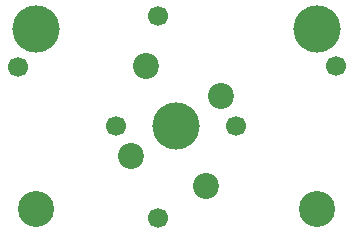
<source format=gbr>
G04 #@! TF.GenerationSoftware,KiCad,Pcbnew,(5.1.6)-1*
G04 #@! TF.CreationDate,2021-11-09T13:45:44-06:00*
G04 #@! TF.ProjectId,2u Hand Wire Helpers,32752048-616e-4642-9057-697265204865,rev?*
G04 #@! TF.SameCoordinates,Original*
G04 #@! TF.FileFunction,Soldermask,Top*
G04 #@! TF.FilePolarity,Negative*
%FSLAX46Y46*%
G04 Gerber Fmt 4.6, Leading zero omitted, Abs format (unit mm)*
G04 Created by KiCad (PCBNEW (5.1.6)-1) date 2021-11-09 13:45:44*
%MOMM*%
%LPD*%
G01*
G04 APERTURE LIST*
%ADD10C,1.700000*%
%ADD11C,4.000000*%
%ADD12C,2.200000*%
%ADD13C,3.050000*%
G04 APERTURE END LIST*
D10*
X141859000Y-96139000D03*
X152019000Y-96139000D03*
D11*
X146939000Y-96139000D03*
D12*
X150749000Y-93599000D03*
X144399000Y-91059000D03*
D10*
X145398000Y-103934000D03*
X145398000Y-86834000D03*
X133598000Y-91134000D03*
X160498000Y-91034000D03*
D13*
X158839000Y-103139000D03*
X135039000Y-103139000D03*
D11*
X135039000Y-87899000D03*
X158839000Y-87899000D03*
D10*
X152019000Y-96139000D03*
X141859000Y-96139000D03*
D11*
X146939000Y-96139000D03*
D12*
X143129000Y-98679000D03*
X149479000Y-101219000D03*
M02*

</source>
